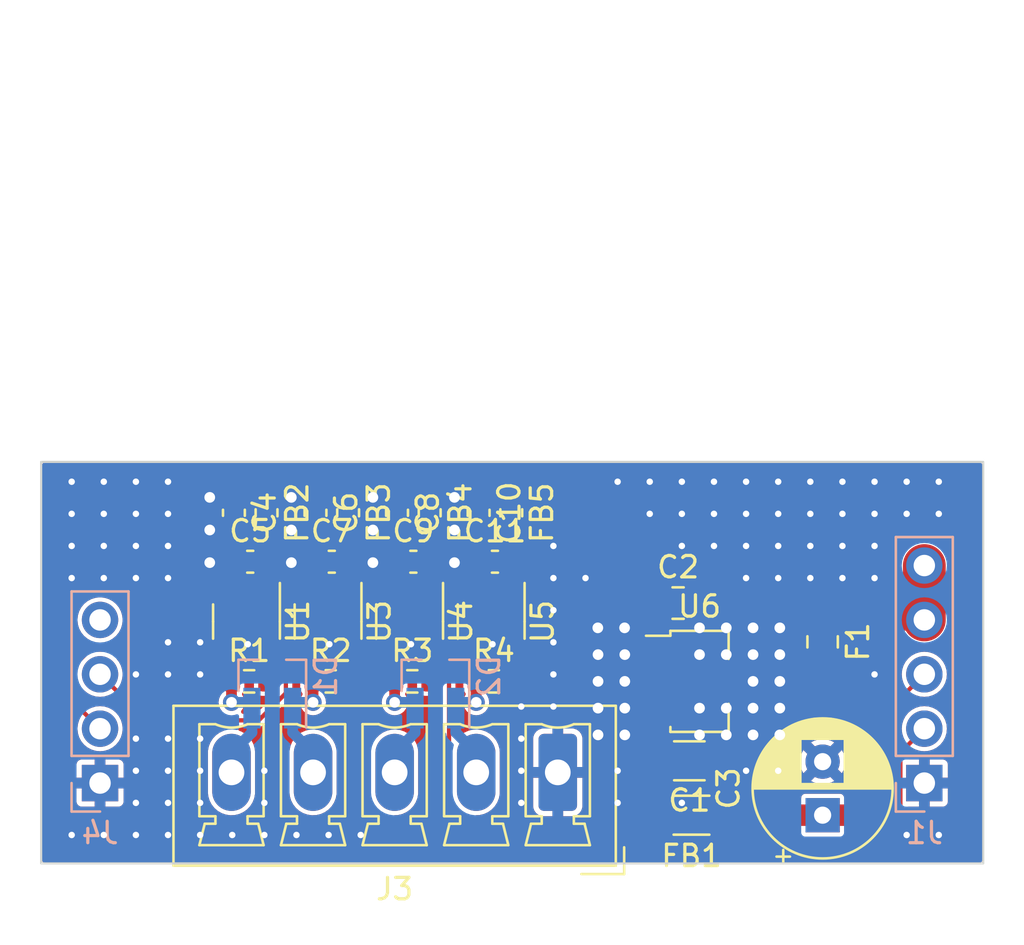
<source format=kicad_pcb>
(kicad_pcb (version 20221018) (generator pcbnew)
  (layers (0 "F.Cu" signal) (31 "B.Cu" signal) (34 "B.Paste" user) (35 "F.Paste" user) (36 "B.SilkS" user "B.Silkscreen") (37 "F.SilkS" user "F.Silkscreen") (38 "B.Mask" user) (39 "F.Mask" user) (44 "Edge.Cuts" user))
  (net 0 "")
  (net 1 "GND")
  (net 2 "+5V")
  (net 3 "VBUS")
  (net 4 "/OUT3")
  (net 5 "/OUT2")
  (net 6 "/OUT0")
  (net 7 "/OUT1")
  (net 8 "+12V")
  (net 9 "Net-(C3-Pad1)")
  (net 10 "/12V0")
  (net 11 "/12V1")
  (net 12 "/12V2")
  (net 13 "/12V3")
  (net 14 "/IN2")
  (net 15 "/IN3")
  (net 16 "/IN0")
  (net 17 "/IN1")
  (net 18 "Net-(U1-OUT)")
  (net 19 "Net-(U3-OUT)")
  (net 20 "Net-(U4-OUT)")
  (net 21 "Net-(U5-OUT)")
  (net 22 "Net-(U6-IN)")
  (footprint "Fuse:Fuse_0805_2012Metric_Pad1.15x1.40mm_HandSolder" (layer "F.Cu") (at 163.5 111.905 -90)
    (fp_text reference "F1" (at 0 -1.65 90) (layer "F.SilkS"))
    (fp_text value "Fuse")
    (pad "1" smd roundrect (at -1.025 0 270) (size 1.15 1.4) (layers "F.Cu" "F.Paste" "F.Mask") (roundrect_rratio 0.217391) (net 3 "VBUS"))
    (pad "2" smd roundrect (at 1.025 0 270) (size 1.15 1.4) (layers "F.Cu" "F.Paste" "F.Mask") (roundrect_rratio 0.217391) (net 9 "Net-(C3-Pad1)"))
  )
  (footprint "Package_TO_SOT_SMD:SOT-89-3" (layer "F.Cu") (at 157.75 113.75)
    (fp_text reference "U6" (at 0 -3.5) (layer "F.SilkS"))
    (fp_text value "L78L12_SOT89")
    (pad "1" smd rect (at -1.95 -1.5) (size 1.3 0.9) (layers "F.Cu" "F.Paste" "F.Mask") (net 8 "+12V"))
    (pad "2" smd custom (at -1.8625 0) (size 1.475 0.9) (layers "F.Cu" "F.Paste" "F.Mask") (net 1 "GND") (options (clearance outline) (anchor rect)) (primitives (gr_poly (pts (xy 3.8625 0.8665) (xy 0.7375 0.8665) (xy 0.7375 -0.8665) (xy 3.8625 -0.8665)) (width 0) (fill yes))))
    (pad "3" smd rect (at -1.95 1.5) (size 1.3 0.9) (layers "F.Cu" "F.Paste" "F.Mask") (net 22 "Net-(U6-IN)"))
  )
  (footprint "Capacitor_SMD:C_0603_1608Metric" (layer "F.Cu") (at 147.433 105.876 -90)
    (fp_text reference "C10" (at 0 -1.43 90) (layer "F.SilkS"))
    (fp_text value "C")
    (pad "1" smd roundrect (at -0.775 0 270) (size 0.9 0.95) (layers "F.Cu" "F.Paste" "F.Mask") (net 8 "+12V"))
    (pad "2" smd roundrect (at 0.775 0 270) (size 0.9 0.95) (layers "F.Cu" "F.Paste" "F.Mask") (net 1 "GND"))
  )
  (footprint "Capacitor_SMD:C_0603_1608Metric" (layer "F.Cu") (at 143.623 105.876001 -90)
    (fp_text reference "C8" (at 0 -1.43 90) (layer "F.SilkS"))
    (fp_text value "C")
    (pad "1" smd roundrect (at -0.775 0 270) (size 0.9 0.95) (layers "F.Cu" "F.Paste" "F.Mask") (net 8 "+12V"))
    (pad "2" smd roundrect (at 0.775 0 270) (size 0.9 0.95) (layers "F.Cu" "F.Paste" "F.Mask") (net 1 "GND"))
  )
  (footprint "Inductor_SMD:L_1206_3216Metric" (layer "F.Cu") (at 157.375001 120 180)
    (fp_text reference "FB1" (at 0 -1.9) (layer "F.SilkS"))
    (fp_text value "FerriteBead")
    (pad "1" smd roundrect (at -1.575 0 180) (size 1.05 1.9) (layers "F.Cu" "F.Paste" "F.Mask") (roundrect_rratio 0.238095) (net 9 "Net-(C3-Pad1)"))
    (pad "2" smd roundrect (at 1.575 0 180) (size 1.05 1.9) (layers "F.Cu" "F.Paste" "F.Mask") (roundrect_rratio 0.238095) (net 22 "Net-(U6-IN)"))
  )
  (footprint "Inductor_SMD:L_0603_1608Metric" (layer "F.Cu") (at 145.147 105.876 -90)
    (fp_text reference "FB4" (at 0 -1.43 90) (layer "F.SilkS"))
    (fp_text value "FerriteBead")
    (pad "1" smd roundrect (at -0.7875 0 270) (size 0.875 0.95) (layers "F.Cu" "F.Paste" "F.Mask") (net 8 "+12V"))
    (pad "2" smd roundrect (at 0.7875 0 270) (size 0.875 0.95) (layers "F.Cu" "F.Paste" "F.Mask") (net 12 "/12V2"))
  )
  (footprint "Inductor_SMD:L_0603_1608Metric" (layer "F.Cu") (at 137.527001 105.876 -90)
    (fp_text reference "FB2" (at 0 -1.43 90) (layer "F.SilkS"))
    (fp_text value "FerriteBead")
    (pad "1" smd roundrect (at -0.7875 0 270) (size 0.875 0.95) (layers "F.Cu" "F.Paste" "F.Mask") (net 8 "+12V"))
    (pad "2" smd roundrect (at 0.7875 0 270) (size 0.875 0.95) (layers "F.Cu" "F.Paste" "F.Mask") (net 10 "/12V0"))
  )
  (footprint "Capacitor_SMD:C_0805_2012Metric" (layer "F.Cu") (at 156.75 110.094)
    (fp_text reference "C2" (at 0 -1.68) (layer "F.SilkS"))
    (fp_text value "C")
    (pad "1" smd roundrect (at -0.95 0) (size 1 1.45) (layers "F.Cu" "F.Paste" "F.Mask") (net 8 "+12V"))
    (pad "2" smd roundrect (at 0.95 0) (size 1 1.45) (layers "F.Cu" "F.Paste" "F.Mask") (net 1 "GND"))
  )
  (footprint "Connector_Phoenix_MC:PhoenixContact_MCV_1,5_5-G-3.81_1x05_P3.81mm_Vertical" (layer "F.Cu") (at 151.13 118 180)
    (fp_text reference "J3" (at 7.62 -5.45) (layer "F.SilkS"))
    (fp_text value "Screw_Terminal_01x05")
    (pad "1" thru_hole roundrect (at 0 0 180) (size 1.8 3.6) (drill 1.2) (layers "*.Cu" "*.Mask") (roundrect_rratio 0.138889) (net 1 "GND"))
    (pad "2" thru_hole oval (at 3.81 0 180) (size 1.8 3.6) (drill 1.2) (layers "*.Cu" "*.Mask") (net 4 "/OUT3"))
    (pad "3" thru_hole oval (at 7.62 0 180) (size 1.8 3.6) (drill 1.2) (layers "*.Cu" "*.Mask") (net 5 "/OUT2"))
    (pad "4" thru_hole oval (at 11.43 0 180) (size 1.8 3.6) (drill 1.2) (layers "*.Cu" "*.Mask") (net 7 "/OUT1"))
    (pad "5" thru_hole oval (at 15.24 0 180) (size 1.8 3.6) (drill 1.2) (layers "*.Cu" "*.Mask") (net 6 "/OUT0"))
  )
  (footprint "Capacitor_THT:CP_Radial_D6.3mm_P2.50mm" (layer "F.Cu") (at 163.499999 119.999999 90)
    (fp_text reference "C3" (at 1.25 -4.4 90) (layer "F.SilkS"))
    (fp_text value "C_Polarized")
    (pad "1" thru_hole rect (at 0 0 90) (size 1.6 1.6) (drill 0.8) (layers "*.Cu" "*.Mask") (net 9 "Net-(C3-Pad1)"))
    (pad "2" thru_hole circle (at 2.5 0 90) (size 1.6 1.6) (drill 0.8) (layers "*.Cu" "*.Mask") (net 1 "GND"))
  )
  (footprint "Package_TO_SOT_SMD:SOT-23-5" (layer "F.Cu") (at 140.4 110.956 -90)
    (fp_text reference "U3" (at 0 -2.4 90) (layer "F.SilkS"))
    (fp_text value "UCC27517")
    (pad "1" smd roundrect (at -1.1375 -0.95 270) (size 1.325 0.6) (layers "F.Cu" "F.Paste" "F.Mask") (net 11 "/12V1"))
    (pad "2" smd roundrect (at -1.1375 0 270) (size 1.325 0.6) (layers "F.Cu" "F.Paste" "F.Mask") (net 1 "GND"))
    (pad "3" smd roundrect (at -1.1375 0.95 270) (size 1.325 0.6) (layers "F.Cu" "F.Paste" "F.Mask") (net 17 "/IN1"))
    (pad "4" smd roundrect (at 1.1375 0.95 270) (size 1.325 0.6) (layers "F.Cu" "F.Paste" "F.Mask") (net 1 "GND"))
    (pad "5" smd roundrect (at 1.1375 -0.95 270) (size 1.325 0.6) (layers "F.Cu" "F.Paste" "F.Mask") (net 19 "Net-(U3-OUT)"))
  )
  (footprint "Inductor_SMD:L_0603_1608Metric" (layer "F.Cu") (at 148.957 105.876 -90)
    (fp_text reference "FB5" (at 0 -1.43 90) (layer "F.SilkS"))
    (fp_text value "FerriteBead")
    (pad "1" smd roundrect (at -0.7875 0 270) (size 0.875 0.95) (layers "F.Cu" "F.Paste" "F.Mask") (net 8 "+12V"))
    (pad "2" smd roundrect (at 0.7875 0 270) (size 0.875 0.95) (layers "F.Cu" "F.Paste" "F.Mask") (net 13 "/12V3"))
  )
  (footprint "Package_TO_SOT_SMD:SOT-23-5" (layer "F.Cu") (at 148.020001 110.956 -90)
    (fp_text reference "U5" (at 0 -2.4 90) (layer "F.SilkS"))
    (fp_text value "UCC27517")
    (pad "1" smd roundrect (at -1.1375 -0.95 270) (size 1.325 0.6) (layers "F.Cu" "F.Paste" "F.Mask") (net 13 "/12V3"))
    (pad "2" smd roundrect (at -1.1375 0 270) (size 1.325 0.6) (layers "F.Cu" "F.Paste" "F.Mask") (net 1 "GND"))
    (pad "3" smd roundrect (at -1.1375 0.95 270) (size 1.325 0.6) (layers "F.Cu" "F.Paste" "F.Mask") (net 15 "/IN3"))
    (pad "4" smd roundrect (at 1.1375 0.95 270) (size 1.325 0.6) (layers "F.Cu" "F.Paste" "F.Mask") (net 1 "GND"))
    (pad "5" smd roundrect (at 1.1375 -0.95 270) (size 1.325 0.6) (layers "F.Cu" "F.Paste" "F.Mask") (net 21 "Net-(U5-OUT)"))
  )
  (footprint "Capacitor_SMD:C_1206_3216Metric" (layer "F.Cu") (at 157.275001 117.46 180)
    (fp_text reference "C1" (at 0 -1.85) (layer "F.SilkS"))
    (fp_text value "C")
    (pad "1" smd roundrect (at -1.475 0 180) (size 1.15 1.8) (layers "F.Cu" "F.Paste" "F.Mask") (roundrect_rratio 0.217391) (net 1 "GND"))
    (pad "2" smd roundrect (at 1.475 0 180) (size 1.15 1.8) (layers "F.Cu" "F.Paste" "F.Mask") (roundrect_rratio 0.217391) (net 22 "Net-(U6-IN)"))
  )
  (footprint "Resistor_SMD:R_0603_1608Metric" (layer "F.Cu") (at 148.145 113.75)
    (fp_text reference "R4" (at 0 -1.43) (layer "F.SilkS"))
    (fp_text value "200")
    (pad "1" smd roundrect (at -0.825 0) (size 0.8 0.95) (layers "F.Cu" "F.Paste" "F.Mask") (net 4 "/OUT3"))
    (pad "2" smd roundrect (at 0.825 0) (size 0.8 0.95) (layers "F.Cu" "F.Paste" "F.Mask") (net 21 "Net-(U5-OUT)"))
  )
  (footprint "Resistor_SMD:R_0603_1608Metric" (layer "F.Cu") (at 144.335 113.75)
    (fp_text reference "R3" (at 0 -1.43) (layer "F.SilkS"))
    (fp_text value "200")
    (pad "1" smd roundrect (at -0.825 0) (size 0.8 0.95) (layers "F.Cu" "F.Paste" "F.Mask") (net 5 "/OUT2"))
    (pad "2" smd roundrect (at 0.825 0) (size 0.8 0.95) (layers "F.Cu" "F.Paste" "F.Mask") (net 20 "Net-(U4-OUT)"))
  )
  (footprint "Capacitor_SMD:C_0603_1608Metric" (layer "F.Cu") (at 139.813 105.876 -90)
    (fp_text reference "C6" (at 0 -1.43 90) (layer "F.SilkS"))
    (fp_text value "C")
    (pad "1" smd roundrect (at -0.775 0 270) (size 0.9 0.95) (layers "F.Cu" "F.Paste" "F.Mask") (net 8 "+12V"))
    (pad "2" smd roundrect (at 0.775 0 270) (size 0.9 0.95) (layers "F.Cu" "F.Paste" "F.Mask") (net 1 "GND"))
  )
  (footprint "Capacitor_SMD:C_0603_1608Metric" (layer "F.Cu") (at 144.385 108.162)
    (fp_text reference "C9" (at 0 -1.43) (layer "F.SilkS"))
    (fp_text value "C")
    (pad "1" smd roundrect (at -0.775 0) (size 0.9 0.95) (layers "F.Cu" "F.Paste" "F.Mask") (net 1 "GND"))
    (pad "2" smd roundrect (at 0.775 0) (size 0.9 0.95) (layers "F.Cu" "F.Paste" "F.Mask") (net 12 "/12V2"))
  )
  (footprint "Resistor_SMD:R_0603_1608Metric" (layer "F.Cu") (at 140.525 113.75)
    (fp_text reference "R2" (at 0 -1.43) (layer "F.SilkS"))
    (fp_text value "200")
    (pad "1" smd roundrect (at -0.825 0) (size 0.8 0.95) (layers "F.Cu" "F.Paste" "F.Mask") (net 7 "/OUT1"))
    (pad "2" smd roundrect (at 0.825 0) (size 0.8 0.95) (layers "F.Cu" "F.Paste" "F.Mask") (net 19 "Net-(U3-OUT)"))
  )
  (footprint "Capacitor_SMD:C_0603_1608Metric" (layer "F.Cu") (at 140.575 108.162)
    (fp_text reference "C7" (at 0 -1.43) (layer "F.SilkS"))
    (fp_text value "C")
    (pad "1" smd roundrect (at -0.775 0) (size 0.9 0.95) (layers "F.Cu" "F.Paste" "F.Mask") (net 1 "GND"))
    (pad "2" smd roundrect (at 0.775 0) (size 0.9 0.95) (layers "F.Cu" "F.Paste" "F.Mask") (net 11 "/12V1"))
  )
  (footprint "Capacitor_SMD:C_0603_1608Metric" (layer "F.Cu") (at 136.003 105.876 -90)
    (fp_text reference "C4" (at 0 -1.43 90) (layer "F.SilkS"))
    (fp_text value "C")
    (pad "1" smd roundrect (at -0.775 0 270) (size 0.9 0.95) (layers "F.Cu" "F.Paste" "F.Mask") (net 8 "+12V"))
    (pad "2" smd roundrect (at 0.775 0 270) (size 0.9 0.95) (layers "F.Cu" "F.Paste" "F.Mask") (net 1 "GND"))
  )
  (footprint "Capacitor_SMD:C_0603_1608Metric" (layer "F.Cu") (at 148.195 108.162)
    (fp_text reference "C11" (at 0 -1.43) (layer "F.SilkS"))
    (fp_text value "C")
    (pad "1" smd roundrect (at -0.775 0) (size 0.9 0.95) (layers "F.Cu" "F.Paste" "F.Mask") (net 1 "GND"))
    (pad "2" smd roundrect (at 0.775 0) (size 0.9 0.95) (layers "F.Cu" "F.Paste" "F.Mask") (net 13 "/12V3"))
  )
  (footprint "Package_TO_SOT_SMD:SOT-23-5" (layer "F.Cu") (at 144.21 110.956 -90)
    (fp_text reference "U4" (at 0 -2.4 90) (layer "F.SilkS"))
    (fp_text value "UCC27517")
    (pad "1" smd roundrect (at -1.1375 -0.95 270) (size 1.325 0.6) (layers "F.Cu" "F.Paste" "F.Mask") (net 12 "/12V2"))
    (pad "2" smd roundrect (at -1.1375 0 270) (size 1.325 0.6) (layers "F.Cu" "F.Paste" "F.Mask") (net 1 "GND"))
    (pad "3" smd roundrect (at -1.1375 0.95 270) (size 1.325 0.6) (layers "F.Cu" "F.Paste" "F.Mask") (net 14 "/IN2"))
    (pad "4" smd roundrect (at 1.1375 0.95 270) (size 1.325 0.6) (layers "F.Cu" "F.Paste" "F.Mask") (net 1 "GND"))
    (pad "5" smd roundrect (at 1.1375 -0.95 270) (size 1.325 0.6) (layers "F.Cu" "F.Paste" "F.Mask") (net 20 "Net-(U4-OUT)"))
  )
  (footprint "Resistor_SMD:R_0603_1608Metric" (layer "F.Cu") (at 136.715 113.75)
    (fp_text reference "R1" (at 0 -1.43) (layer "F.SilkS"))
    (fp_text value "200")
    (pad "1" smd roundrect (at -0.825 0) (size 0.8 0.95) (layers "F.Cu" "F.Paste" "F.Mask") (net 6 "/OUT0"))
    (pad "2" smd roundrect (at 0.825 0) (size 0.8 0.95) (layers "F.Cu" "F.Paste" "F.Mask") (net 18 "Net-(U1-OUT)"))
  )
  (footprint "Package_TO_SOT_SMD:SOT-23-5" (layer "F.Cu") (at 136.59 110.956 -90)
    (fp_text reference "U1" (at 0 -2.4 90) (layer "F.SilkS"))
    (fp_text value "UCC27517")
    (pad "1" smd roundrect (at -1.1375 -0.95 270) (size 1.325 0.6) (layers "F.Cu" "F.Paste" "F.Mask") (net 10 "/12V0"))
    (pad "2" smd roundrect (at -1.1375 0 270) (size 1.325 0.6) (layers "F.Cu" "F.Paste" "F.Mask") (net 1 "GND"))
    (pad "3" smd roundrect (at -1.1375 0.95 270) (size 1.325 0.6) (layers "F.Cu" "F.Paste" "F.Mask") (net 16 "/IN0"))
    (pad "4" smd roundrect (at 1.1375 0.95 270) (size 1.325 0.6) (layers "F.Cu" "F.Paste" "F.Mask") (net 1 "GND"))
    (pad "5" smd roundrect (at 1.1375 -0.95 270) (size 1.325 0.6) (layers "F.Cu" "F.Paste" "F.Mask") (net 18 "Net-(U1-OUT)"))
  )
  (footprint "Inductor_SMD:L_0603_1608Metric" (layer "F.Cu") (at 141.336999 105.876 -90)
    (fp_text reference "FB3" (at 0 -1.43 90) (layer "F.SilkS"))
    (fp_text value "FerriteBead")
    (pad "1" smd roundrect (at -0.7875 0 270) (size 0.875 0.95) (layers "F.Cu" "F.Paste" "F.Mask") (net 8 "+12V"))
    (pad "2" smd roundrect (at 0.7875 0 270) (size 0.875 0.95) (layers "F.Cu" "F.Paste" "F.Mask") (net 11 "/12V1"))
  )
  (footprint "Capacitor_SMD:C_0603_1608Metric" (layer "F.Cu") (at 136.765 108.162)
    (fp_text reference "C5" (at 0 -1.43) (layer "F.SilkS"))
    (fp_text value "C")
    (pad "1" smd roundrect (at -0.775 0) (size 0.9 0.95) (layers "F.Cu" "F.Paste" "F.Mask") (net 1 "GND"))
    (pad "2" smd roundrect (at 0.775 0) (size 0.9 0.95) (layers "F.Cu" "F.Paste" "F.Mask") (net 10 "/12V0"))
  )
  (footprint "Connector_PinHeader_2.54mm:PinHeader_1x04_P2.54mm_Vertical" (layer "B.Cu") (at 129.75 118.5)
    (fp_text reference "J4" (at 0 2.33) (layer "B.SilkS") (effects (justify mirror)))
    (fp_text value "Conn_01x04")
    (pad "1" thru_hole rect (at 0 0) (size 1.7 1.7) (drill 1) (layers "*.Cu" "*.Mask") (net 1 "GND"))
    (pad "2" thru_hole oval (at 0 -2.54) (size 1.7 1.7) (drill 1) (layers "*.Cu" "*.Mask") (net 16 "/IN0"))
    (pad "3" thru_hole oval (at 0 -5.08) (size 1.7 1.7) (drill 1) (layers "*.Cu" "*.Mask") (net 17 "/IN1"))
    (pad "4" thru_hole oval (at 0 -7.62) (size 1.7 1.7) (drill 1) (layers "*.Cu" "*.Mask") (net 2 "+5V"))
  )
  (footprint "Package_TO_SOT_SMD:SOT-23_Handsoldering" (layer "B.Cu") (at 145.415 113.5 90)
    (fp_text reference "D2" (at 0 2.5 270) (layer "B.SilkS") (effects (justify mirror)))
    (fp_text value "~")
    (pad "1" smd rect (at -1.5 0.95 90) (size 1.9 0.8) (layers "B.Cu" "B.Paste" "B.Mask") (net 4 "/OUT3"))
    (pad "2" smd rect (at -1.5 -0.95 90) (size 1.9 0.8) (layers "B.Cu" "B.Paste" "B.Mask") (net 5 "/OUT2"))
    (pad "3" smd rect (at 1.5 0 90) (size 1.9 0.8) (layers "B.Cu" "B.Paste" "B.Mask") (net 1 "GND"))
  )
  (footprint "Package_TO_SOT_SMD:SOT-23_Handsoldering" (layer "B.Cu") (at 137.795 113.5 90)
    (fp_text reference "D1" (at 0 2.5 270) (layer "B.SilkS") (effects (justify mirror)))
    (fp_text value "~")
    (pad "1" smd rect (at -1.5 0.95 90) (size 1.9 0.8) (layers "B.Cu" "B.Paste" "B.Mask") (net 7 "/OUT1"))
    (pad "2" smd rect (at -1.5 -0.95 90) (size 1.9 0.8) (layers "B.Cu" "B.Paste" "B.Mask") (net 6 "/OUT0"))
    (pad "3" smd rect (at 1.5 0 90) (size 1.9 0.8) (layers "B.Cu" "B.Paste" "B.Mask") (net 1 "GND"))
  )
  (footprint "Connector_PinHeader_2.54mm:PinHeader_1x05_P2.54mm_Vertical" (layer "B.Cu") (at 168.25 118.5)
    (fp_text reference "J1" (at 0 2.33) (layer "B.SilkS") (effects (justify mirror)))
    (fp_text value "Conn_01x05")
    (pad "1" thru_hole rect (at 0 0) (size 1.7 1.7) (drill 1) (layers "*.Cu" "*.Mask") (net 1 "GND"))
    (pad "2" thru_hole oval (at 0 -2.54) (size 1.7 1.7) (drill 1) (layers "*.Cu" "*.Mask") (net 14 "/IN2"))
    (pad "3" thru_hole oval (at 0 -5.08) (size 1.7 1.7) (drill 1) (layers "*.Cu" "*.Mask") (net 15 "/IN3"))
    (pad "4" thru_hole oval (at 0 -7.62) (size 1.7 1.7) (drill 1) (layers "*.Cu" "*.Mask") (net 3 "VBUS"))
    (pad "5" thru_hole oval (at 0 -10.16) (size 1.7 1.7) (drill 1) (layers "*.Cu" "*.Mask") (net 3 "VBUS"))
  )
  (gr_rect (start 127 103.5) (end 171 122.25) (stroke (width 0.1)) (fill none) (layer "Edge.Cuts"))
  (via (at 131.425 119.425) (size 0.6) (drill 0.3) (layers "F.Cu" "B.Cu") (net 1))
  (via (at 156.925 104.425) (size 0.6) (drill 0.3) (layers "F.Cu" "B.Cu") (net 1))
  (via (at 132.925 111.925) (size 0.6) (drill 0.3) (layers "F.Cu" "B.Cu") (net 1))
  (via (at 162.925 107.425) (size 0.6) (drill 0.3) (layers "F.Cu" "B.Cu") (net 1))
  (via (at 150.925 108.925) (size 0.6) (drill 0.3) (layers "F.Cu" "B.Cu") (net 1))
  (via (at 159.925 108.925) (size 0.6) (drill 0.3) (layers "F.Cu" "B.Cu") (net 1))
  (via (at 134.425 119.425) (size 0.6) (drill 0.3) (layers "F.Cu" "B.Cu") (net 1))
  (via (at 148.082 112.014) (size 0.6) (drill 0.3) (layers "F.Cu" "B.Cu") (net 1))
  (via (at 161.5 116.25) (size 0.8) (drill 0.5) (layers "F.Cu" "B.Cu") (net 1))
  (via (at 154.25 111.25) (size 0.8) (drill 0.5) (layers "F.Cu" "B.Cu") (net 1))
  (via (at 142.494 106.68) (size 0.8) (drill 0.5) (layers "F.Cu" "B.Cu") (net 1))
  (via (at 154.26 116.25) (size 0.8) (drill 0.5) (layers "F.Cu" "B.Cu") (net 1))
  (via (at 134.425 116.425) (size 0.6) (drill 0.3) (layers "F.Cu" "B.Cu") (net 1))
  (via (at 150.925 113.425) (size 0.6) (drill 0.3) (layers "F.Cu" "B.Cu") (net 1))
  (via (at 164.425 105.925) (size 0.6) (drill 0.3) (layers "F.Cu" "B.Cu") (net 1))
  (via (at 154.26 112.5) (size 0.8) (drill 0.5) (layers "F.Cu" "B.Cu") (net 1))
  (via (at 128.425 105.925) (size 0.6) (drill 0.3) (layers "F.Cu" "B.Cu") (net 1))
  (via (at 156.925 107.425) (size 0.6) (drill 0.3) (layers "F.Cu" "B.Cu") (net 1))
  (via (at 153.01 116.25) (size 0.8) (drill 0.5) (layers "F.Cu" "B.Cu") (net 1))
  (via (at 159.925 105.925) (size 0.6) (drill 0.3) (layers "F.Cu" "B.Cu") (net 1))
  (via (at 159.925 107.425) (size 0.6) (drill 0.3) (layers "F.Cu" "B.Cu") (net 1))
  (via (at 129.925 104.425) (size 0.6) (drill 0.3) (layers "F.Cu" "B.Cu") (net 1))
  (via (at 164.425 107.425) (size 0.6) (drill 0.3) (layers "F.Cu" "B.Cu") (net 1))
  (via (at 154.26 113.75) (size 0.8) (drill 0.5) (layers "F.Cu" "B.Cu") (net 1))
  (via (at 134.874 106.68) (size 0.8) (drill 0.5) (layers "F.Cu" "B.Cu") (net 1))
  (via (at 132.925 113.425) (size 0.6) (drill 0.3) (layers "F.Cu" "B.Cu") (net 1))
  (via (at 150.925 111.925) (size 0.6) (drill 0.3) (layers "F.Cu" "B.Cu") (net 1))
  (via (at 131.425 104.425) (size 0.6) (drill 0.3) (layers "F.Cu" "B.Cu") (net 1))
  (via (at 159 111.25) (size 0.8) (drill 0.5) (layers "F.Cu" "B.Cu") (net 1))
  (via (at 159 112.5) (size 0.8) (drill 0.5) (layers "F.Cu" "B.Cu") (net 1))
  (via (at 149.425 116.425) (size 0.6) (drill 0.3) (layers "F.Cu" "B.Cu") (net 1))
  (via (at 150.925 114.925) (size 0.6) (drill 0.3) (layers "F.Cu" "B.Cu") (net 1))
  (via (at 142.494 105.156) (size 0.8) (drill 0.5) (layers "F.Cu" "B.Cu") (net 1))
  (via (at 167.425 105.925) (size 0.6) (drill 0.3) (layers "F.Cu" "B.Cu") (net 1))
  (via (at 131.425 108.925) (size 0.6) (drill 0.3) (layers "F.Cu" "B.Cu") (net 1))
  (via (at 156.925 119.425) (size 0.6) (drill 0.3) (layers "F.Cu" "B.Cu") (net 1))
  (via (at 159 115) (size 0.8) (drill 0.5) (layers "F.Cu" "B.Cu") (net 1))
  (via (at 154.26 115) (size 0.8) (drill 0.5) (layers "F.Cu" "B.Cu") (net 1))
  (via (at 135.925 120.925) (size 0.6) (drill 0.3) (layers "F.Cu" "B.Cu") (net 1))
  (via (at 146.304 106.68) (size 0.8) (drill 0.5) (layers "F.Cu" "B.Cu") (net 1))
  (via (at 160.25 116.25) (size 0.8) (drill 0.5) (layers "F.Cu" "B.Cu") (net 1))
  (via (at 134.874 105.156) (size 0.8) (drill 0.5) (layers "F.Cu" "B.Cu") (net 1))
  (via (at 153.925 119.425) (size 0.6) (drill 0.3) (layers "F.Cu" "B.Cu") (net 1))
  (via (at 137.425 117.925) (size 0.6) (drill 0.3) (layers "F.Cu" "B.Cu") (net 1))
  (via (at 159 116.25) (size 0.8) (drill 0.5) (layers "F.Cu" "B.Cu") (net 1))
  (via (at 165.925 104.425) (size 0.6) (drill 0.3) (layers "F.Cu" "B.Cu") (net 1))
  (via (at 150.925 110.425) (size 0.6) (drill 0.3) (layers "F.Cu" "B.Cu") (net 1))
  (via (at 160.25 111.25) (size 0.8) (drill 0.5) (layers "F.Cu" "B.Cu") (net 1))
  (via (at 161.425 107.425) (size 0.6) (drill 0.3) (layers "F.Cu" "B.Cu") (net 1))
  (via (at 168.925 104.425) (size 0.6) (drill 0.3) (layers "F.Cu" "B.Cu") (net 1))
  (via (at 131.425 105.925) (size 0.6) (drill 0.3) (layers "F.Cu" "B.Cu") (net 1))
  (via (at 160.25 115) (size 0.8) (drill 0.5) (layers "F.Cu" "B.Cu") (net 1))
  (via (at 165.925 108.925) (size 0.6) (drill 0.3) (layers "F.Cu" "B.Cu") (net 1))
  (via (at 159.925 117.925) (size 0.6) (drill 0.3) (layers "F.Cu" "B.Cu") (net 1))
  (via (at 131.425 113.425) (size 0.6) (drill 0.3) (layers "F.Cu" "B.Cu") (net 1))
  (via (at 131.425 116.425) (size 0.6) (drill 0.3) (layers "F.Cu" "B.Cu") (net 1))
  (via (at 157.75 116.25) (size 0.8) (drill 0.5) (layers "F.Cu" "B.Cu") (net 1))
  (via (at 161.5 115) (size 0.8) (drill 0.5) (layers "F.Cu" "B.Cu") (net 1))
  (via (at 162.925 108.925) (size 0.6) (drill 0.3) (layers "F.Cu" "B.Cu") (net 1))
  (via (at 164.425 104.425) (size 0.6) (drill 0.3) (layers "F.Cu" "B.Cu") (net 1))
  (via (at 134.425 113.425) (size 0.6) (drill 0.3) (layers "F.Cu" "B.Cu") (net 1))
  (via (at 132.925 116.425) (size 0.6) (drill 0.3) (layers "F.Cu" "B.Cu") (net 1))
  (via (at 157.75 112.5) (size 0.8) (drill 0.5) (layers "F.Cu" "B.Cu") (net 1))
  (via (at 138.684 108.204) (size 0.8) (drill 0.5) (layers "F.Cu" "B.Cu") (net 1))
  (via (at 131.425 117.925) (size 0.6) (drill 0.3) (layers "F.Cu" "B.Cu") (net 1))
  (via (at 149.425 119.425) (size 0.6) (drill 0.3) (layers "F.Cu" "B.Cu") (net 1))
  (via (at 136.652 112.014) (size 0.6) (drill 0.3) (layers "F.Cu" "B.Cu") (net 1))
  (via (at 156.925 105.925) (size 0.6) (drill 0.3) (layers "F.Cu" "B.Cu") (net 1))
  (via (at 140.462 112.014) (size 0.6) (drill 0.3) (layers "F.Cu" "B.Cu") (net 1))
  (via (at 134.425 111.925) (size 0.6) (drill 0.3) (layers "F.Cu" "B.Cu") (net 1))
  (via (at 146.304 105.156) (size 0.8) (drill 0.5) (layers "F.Cu" "B.Cu") (net 1))
  (via (at 137.425 119.425) (size 0.6) (drill 0.3) (layers "F.Cu" "B.Cu") (net 1))
  (via (at 157.75 111.25) (size 0.8) (drill 0.5) (layers "F.Cu" "B.Cu") (net 1))
  (via (at 134.425 117.925) (size 0.6) (drill 0.3) (layers "F.Cu" "B.Cu") (net 1))
  (via (at 161.425 104.425) (size 0.6) (drill 0.3) (layers "F.Cu" "B.Cu") (net 1))
  (via (at 153.01 115) (size 0.8) (drill 0.5) (layers "F.Cu" "B.Cu") (net 1))
  (via (at 153 111.25) (size 0.8) (drill 0.5) (layers "F.Cu" "B.Cu") (net 1))
  (via (at 155.425 104.425) (size 0.6) (drill 0.3) (layers "F.Cu" "B.Cu") (net 1))
  (via (at 129.925 108.925) (size 0.6) (drill 0.3) (layers "F.Cu" "B.Cu") (net 1))
  (via (at 138.925 120.925) (size 0.6) (drill 0.3) (layers "F.Cu" "B.Cu") (net 1))
  (via (at 128.425 108.925) (size 0.6) (drill 0.3) (layers "F.Cu" "B.Cu") (net 1))
  (via (at 131.425 107.425) (size 0.6) (drill 0.3) (layers "F.Cu" "B.Cu") (net 1))
  (via (at 158.425 105.925) (size 0.6) (drill 0.3) (layers "F.Cu" "B.Cu") (net 1))
  (via (at 131.425 120.925) (size 0.6) (drill 0.3) (layers "F.Cu" "B.Cu") (net 1))
  (via (at 132.925 108.925) (size 0.6) (drill 0.3) (layers "F.Cu" "B.Cu") (net 1))
  (via (at 161.425 108.925) (size 0.6) (drill 0.3) (layers "F.Cu" "B.Cu") (net 1))
  (via (at 141.925 120.925) (size 0.6) (drill 0.3) (layers "F.Cu" "B.Cu") (net 1))
  (via (at 161.5 111.25) (size 0.8) (drill 0.5) (layers "F.Cu" "B.Cu") (net 1))
  (via (at 132.925 107.425) (size 0.6) (drill 0.3) (layers "F.Cu" "B.Cu") (net 1))
  (via (at 138.684 105.156) (size 0.8) (drill 0.5) (layers "F.Cu" "B.Cu") (net 1))
  (via (at 129.925 120.925) (size 0.6) (drill 0.3) (layers "F.Cu" "B.Cu") (net 1))
  (via (at 140.425 120.925) (size 0.6) (drill 0.3) (layers "F.Cu" "B.Cu") (net 1))
  (via (at 129.925 107.425) (size 0.6) (drill 0.3) (layers "F.Cu" "B.Cu") (net 1))
  (via (at 159.925 104.425) (size 0.6) (drill 0.3) (layers "F.Cu" "B.Cu") (net 1))
  (via (at 168.925 120.925) (size 0.6) (drill 0.3) (layers "F.Cu" "B.Cu") (net 1))
  (via (at 155.425 105.925) (size 0.6) (drill 0.3) (layers "F.Cu" "B.Cu") (net 1))
  (via (at 168.925 105.925) (size 0.6) (drill 0.3) (layers "F.Cu" "B.Cu") (net 1))
  (via (at 132.925 119.425) (size 0.6) (drill 0.3) (layers "F.Cu" "B.Cu") (net 1))
  (via (at 167.425 104.425) (size 0.6) (drill 0.3) (layers "F.Cu" "B.Cu") (net 1))
  (via (at 132.925 117.925) (size 0.6) (drill 0.3) (layers "F.Cu" "B.Cu") (net 1))
  (via (at 137.425 120.925) (size 0.6) (drill 0.3) (layers "F.Cu" "B.Cu") (net 1))
  (via (at 164.425 108.925) (size 0.6) (drill 0.3) (layers "F.Cu" "B.Cu") (net 1))
  (via (at 150.925 107.425) (size 0.6) (drill 0.3) (layers "F.Cu" "B.Cu") (net 1))
  (via (at 158.425 107.425) (size 0.6) (drill 0.3) (layers "F.Cu" "B.Cu") (net 1))
  (via (at 160.25 113.75) (size 0.8) (drill 0.5) (layers "F.Cu" "B.Cu") (net 1))
  (via (at 132.925 120.925) (size 0.6) (drill 0.3) (layers "F.Cu" "B.Cu") (net 1))
  (via (at 146.304 108.204) (size 0.8) (drill 0.5) (layers "F.Cu" "B.Cu") (net 1))
  (via (at 153.01 113.75) (size 0.8) (drill 0.5) (layers "F.Cu" "B.Cu") (net 1))
  (via (at 129.925 105.925) (size 0.6) (drill 0.3) (layers "F.Cu" "B.Cu") (net 1))
  (via (at 152.425 108.925) (size 0.6) (drill 0.3) (layers "F.Cu" "B.Cu") (net 1))
  (via (at 161.5 112.5) (size 0.8) (drill 0.5) (layers "F.Cu" "B.Cu") (net 1))
  (via (at 158.425 104.425) (size 0.6) (drill 0.3) (layers "F.Cu" "B.Cu") (net 1))
  (via (at 138.684 106.68) (size 0.8) (drill 0.5) (layers "F.Cu" "B.Cu") (net 1))
  (via (at 161.5 113.75) (size 0.8) (drill 0.5) (layers "F.Cu" "B.Cu") (net 1))
  (via (at 161.425 105.925) (size 0.6) (drill 0.3) (layers "F.Cu" "B.Cu") (net 1))
  (via (at 161.425 117.925) (size 0.6) (drill 0.3) (layers "F.Cu" "B.Cu") (net 1))
  (via (at 144.272 112.014) (size 0.6) (drill 0.3) (layers "F.Cu" "B.Cu") (net 1))
  (via (at 162.925 105.925) (size 0.6) (drill 0.3) (layers "F.Cu" "B.Cu") (net 1))
  (via (at 134.425 120.925) (size 0.6) (drill 0.3) (layers "F.Cu" "B.Cu") (net 1))
  (via (at 128.425 120.925) (size 0.6) (drill 0.3) (layers "F.Cu" "B.Cu") (net 1))
  (via (at 157.75 115) (size 0.8) (drill 0.5) (layers "F.Cu" "B.Cu") (net 1))
  (via (at 128.425 107.425) (size 0.6) (drill 0.3) (layers "F.Cu" "B.Cu") (net 1))
  (via (at 167.425 120.925) (size 0.6) (drill 0.3) (layers "F.Cu" "B.Cu") (net 1))
  (via (at 132.925 104.425) (size 0.6) (drill 0.3) (layers "F.Cu" "B.Cu") (net 1))
  (via (at 165.925 107.425) (size 0.6) (drill 0.3) (layers "F.Cu" "B.Cu") (net 1))
  (via (at 149.425 114.925) (size 0.6) (drill 0.3) (layers "F.Cu" "B.Cu") (net 1))
  (via (at 153.925 117.925) (size 0.6) (drill 0.3) (layers "F.Cu" "B.Cu") (net 1))
  (via (at 128.425 104.425) (size 0.6) (drill 0.3) (layers "F.Cu" "B.Cu") (net 1))
  (via (at 134.874 108.204) (size 0.8) (drill 0.5) (layers "F.Cu" "B.Cu") (net 1))
  (via (at 165.925 113.425) (size 0.6) (drill 0.3) (layers "F.Cu" "B.Cu") (net 1))
  (via (at 153.925 104.425) (size 0.6) (drill 0.3) (layers "F.Cu" "B.Cu") (net 1))
  (via (at 149.425 117.925) (size 0.6) (drill 0.3) (layers "F.Cu" "B.Cu") (net 1))
  (via (at 132.925 105.925) (size 0.6) (drill 0.3) (layers "F.Cu" "B.Cu") (net 1))
  (via (at 160.25 112.5) (size 0.8) (drill 0.5) (layers "F.Cu" "B.Cu") (net 1))
  (via (at 142.494 108.204) (size 0.8) (drill 0.5) (layers "F.Cu" "B.Cu") (net 1))
  (via (at 162.925 104.425) (size 0.6) (drill 0.3) (layers "F.Cu" "B.Cu") (net 1))
  (via (at 165.925 105.925) (size 0.6) (drill 0.3) (layers "F.Cu" "B.Cu") (net 1))
  (via (at 153.01 112.5) (size 0.8) (drill 0.5) (layers "F.Cu" "B.Cu") (net 1))
  (segment (start 168.25 110.88) (end 163.5 110.88) (width 1) (layer "F.Cu") (net 3))
  (segment (start 168.25 108.34) (end 168.25 110.88) (width 2) (layer "F.Cu") (net 3))
  (segment (start 147.32 114.7295) (end 147.32 113.75) (width 0.5) (layer "F.Cu") (net 4))
  (via (at 147.32 114.7295) (size 0.8) (drill 0.5) (layers "F.Cu" "B.Cu") (net 4))
  (segment (start 146.365 114.7295) (end 146.365 116.139) (width 0.5) (layer "B.Cu") (net 4))
  (segment (start 146.365 116.139) (end 147.32 117.094) (width 0.5) (layer "B.Cu") (net 4))
  (segment (start 146.365 114.7295) (end 147.32 114.7295) (width 0.5) (layer "B.Cu") (net 4))
  (segment (start 147.32 117.094) (end 147.32 118) (width 0.5) (layer "B.Cu") (net 4))
  (segment (start 143.51 114.7295) (end 143.51 113.75) (width 0.5) (layer "F.Cu") (net 5))
  (via (at 143.51 114.7295) (size 0.8) (drill 0.5) (layers "F.Cu" "B.Cu") (net 5))
  (segment (start 143.51 117.094) (end 143.51 118) (width 0.5) (layer "B.Cu") (net 5))
  (segment (start 144.465 114.7295) (end 144.465 116.139) (width 0.5) (layer "B.Cu") (net 5))
  (segment (start 144.465 114.7295) (end 143.51 114.7295) (width 0.5) (layer "B.Cu") (net 5))
  (segment (start 144.465 116.139) (end 143.51 117.094) (width 0.5) (layer "B.Cu") (net 5))
  (segment (start 135.89 113.75) (end 135.89 114.7295) (width 0.5) (layer "F.Cu") (net 6))
  (via (at 135.89 114.7295) (size 0.8) (drill 0.5) (layers "F.Cu" "B.Cu") (net 6))
  (segment (start 135.89 117.094) (end 135.89 118) (width 0.5) (layer "B.Cu") (net 6))
  (segment (start 136.845 116.139) (end 135.89 117.094) (width 0.5) (layer "B.Cu") (net 6))
  (segment (start 136.845 114.7295) (end 136.845 116.139) (width 0.5) (layer "B.Cu") (net 6))
  (segment (start 135.89 114.7295) (end 136.845 114.7295) (width 0.5) (layer "B.Cu") (net 6))
  (segment (start 139.7 113.75) (end 139.7 114.7295) (width 0.5) (layer "F.Cu") (net 7))
  (via (at 139.7 114.7295) (size 0.8) (drill 0.5) (layers "F.Cu" "B.Cu") (net 7))
  (segment (start 138.745 114.7295) (end 139.7 114.7295) (width 0.5) (layer "B.Cu") (net 7))
  (segment (start 138.745 114.7295) (end 138.745 116.139) (width 0.5) (layer "B.Cu") (net 7))
  (segment (start 138.745 116.139) (end 139.7 117.094) (width 0.5) (layer "B.Cu") (net 7))
  (segment (start 139.7 117.094) (end 139.7 118) (width 0.5) (layer "B.Cu") (net 7))
  (segment (start 136 105.098) (end 136 104) (width 0.5) (layer "F.Cu") (net 8))
  (segment (start 136.003 105.101) (end 136 105.098) (width 0.5) (layer "F.Cu") (net 8))
  (segment (start 150.75 104) (end 136 104) (width 1) (layer "F.Cu") (net 8))
  (segment (start 152.75 106) (end 150.75 104) (width 1) (layer "F.Cu") (net 8))
  (segment (start 145.147 105.0885) (end 143.6355 105.0885) (width 0.5) (layer "F.Cu") (net 8))
  (segment (start 143.6355 105.0885) (end 143.623 105.101) (width 0.5) (layer "F.Cu") (net 8))
  (segment (start 139.8255 105.0885) (end 139.813 105.101) (width 0.5) (layer "F.Cu") (net 8))
  (segment (start 139.813 105.101) (end 139.813 103.999999) (width 0.5) (layer "F.Cu") (net 8))
  (segment (start 143.623 105.101001) (end 143.623 104) (width 0.5) (layer "F.Cu") (net 8))
  (segment (start 137.527 105.0885) (end 136.0155 105.0885) (width 0.5) (layer "F.Cu") (net 8))
  (segment (start 155.8 112.126) (end 155.8 110.094) (width 1) (layer "F.Cu") (net 8))
  (segment (start 147.433 105.101) (end 147.433 103.999999) (width 0.5) (layer "F.Cu") (net 8))
  (segment (start 155.8 109.05) (end 152.75 106) (width 1) (layer "F.Cu") (net 8))
  (segment (start 147.4455 105.0885) (end 147.433 105.101) (width 0.5) (layer "F.Cu") (net 8))
  (segment (start 141.337 105.0885) (end 139.8255 105.0885) (width 0.5) (layer "F.Cu") (net 8))
  (segment (start 148.957001 105.0885) (end 147.4455 105.0885) (width 0.5) (layer "F.Cu") (net 8))
  (segment (start 155.8 110.094) (end 155.8 109.05) (width 1) (layer "F.Cu") (net 8))
  (segment (start 163.5 114) (end 163.5 112.93) (width 1) (layer "F.Cu") (net 9))
  (segment (start 164.750001 119.999999) (end 165.75 119) (width 1) (layer "F.Cu") (net 9))
  (segment (start 165.75 116.25) (end 163.5 114) (width 1) (layer "F.Cu") (net 9))
  (segment (start 163.499999 119.999999) (end 158.950001 120) (width 1) (layer "F.Cu") (net 9))
  (segment (start 165.75 119) (end 165.75 116.25) (width 1) (layer "F.Cu") (net 9))
  (segment (start 163.499999 119.999999) (end 164.750001 119.999999) (width 1) (layer "F.Cu") (net 9))
  (segment (start 137.539999 109.8185) (end 137.54 108.162) (width 0.5) (layer "F.Cu") (net 10))
  (segment (start 137.54 106.6765) (end 137.527 106.6635) (width 0.5) (layer "F.Cu") (net 10))
  (segment (start 137.54 108.162) (end 137.54 106.6765) (width 0.5) (layer "F.Cu") (net 10))
  (segment (start 141.35 109.8185) (end 141.35 108.162) (width 0.5) (layer "F.Cu") (net 11))
  (segment (start 141.35 106.6765) (end 141.337 106.6635) (width 0.5) (layer "F.Cu") (net 11))
  (segment (start 141.35 108.162) (end 141.35 106.6765) (width 0.5) (layer "F.Cu") (net 11))
  (segment (start 145.16 109.8185) (end 145.16 108.162) (width 0.5) (layer "F.Cu") (net 12))
  (segment (start 145.160001 106.6765) (end 145.147 106.6635) (width 0.5) (layer "F.Cu") (net 12))
  (segment (start 145.16 108.162) (end 145.160001 106.6765) (width 0.5) (layer "F.Cu") (net 12))
  (segment (start 148.97 108.162) (end 148.969999 106.6765) (width 0.5) (layer "F.Cu") (net 13))
  (segment (start 148.969999 106.6765) (end 148.957 106.663501) (width 0.5) (layer "F.Cu") (net 13))
  (segment (start 148.97 109.8185) (end 148.97 108.162) (width 0.5) (layer "F.Cu") (net 13))
  (segment (start 143.26 110.74) (end 142.24 111.76) (width 0.2) (layer "F.Cu") (net 14))
  (segment (start 142.24 111.76) (end 142.24 119.38) (width 0.2) (layer "F.Cu") (net 14))
  (segment (start 164.846 121.92) (end 167.132 119.634) (width 0.2) (layer "F.Cu") (net 14))
  (segment (start 167.132 117.078) (end 168.25 115.96) (width 0.2) (layer "F.Cu") (net 14))
  (segment (start 167.132 119.634) (end 167.132 117.078) (width 0.2) (layer "F.Cu") (net 14))
  (segment (start 142.24 119.38) (end 144.78 121.92) (width 0.2) (layer "F.Cu") (net 14))
  (segment (start 144.78 121.92) (end 164.846 121.92) (width 0.2) (layer "F.Cu") (net 14))
  (segment (start 143.26 109.8185) (end 143.26 110.74) (width 0.2) (layer "F.Cu") (net 14))
  (segment (start 147.070001 109.8185) (end 147.070001 110.739999) (width 0.2) (layer "F.Cu") (net 15))
  (segment (start 147.070001 110.739999) (end 146.05 111.76) (width 0.2) (layer "F.Cu") (net 15))
  (segment (start 166.624 115.046) (end 168.25 113.42) (width 0.2) (layer "F.Cu") (net 15))
  (segment (start 164.592 121.412) (end 166.624 119.38) (width 0.2) (layer "F.Cu") (net 15))
  (segment (start 146.05 111.76) (end 146.05 119.38) (width 0.2) (layer "F.Cu") (net 15))
  (segment (start 148.082 121.412) (end 164.592 121.412) (width 0.2) (layer "F.Cu") (net 15))
  (segment (start 146.05 119.38) (end 148.082 121.412) (width 0.2) (layer "F.Cu") (net 15))
  (segment (start 166.624 119.38) (end 166.624 115.046) (width 0.2) (layer "F.Cu") (net 15))
  (segment (start 128.524 113.03) (end 128.524 114.734) (width 0.2) (layer "F.Cu") (net 16))
  (segment (start 135.64 109.8185) (end 133.2595 109.8185) (width 0.2) (layer "F.Cu") (net 16))
  (segment (start 128.524 114.734) (end 129.75 115.96) (width 0.2) (layer "F.Cu") (net 16))
  (segment (start 130.81 112.268) (end 129.286 112.268) (width 0.2) (layer "F.Cu") (net 16))
  (segment (start 129.286 112.268) (end 128.524 113.03) (width 0.2) (layer "F.Cu") (net 16))
  (segment (start 133.2595 109.8185) (end 130.81 112.268) (width 0.2) (layer "F.Cu") (net 16))
  (segment (start 139.45 109.8185) (end 139.45 110.74) (width 0.2) (layer "F.Cu") (net 17))
  (segment (start 137.16 115.57) (end 131.9 115.57) (width 0.2) (layer "F.Cu") (net 17))
  (segment (start 138.43 114.3) (end 137.16 115.57) (width 0.2) (layer "F.Cu") (net 17))
  (segment (start 131.9 115.57) (end 129.75 113.42) (width 0.2) (layer "F.Cu") (net 17))
  (segment (start 139.45 110.74) (end 138.43 111.76) (width 0.2) (layer "F.Cu") (net 17))
  (segment (start 138.43 111.76) (end 138.43 114.3) (width 0.2) (layer "F.Cu") (net 17))
  (segment (start 137.539999 112.0935) (end 137.54 113.75) (width 0.5) (layer "F.Cu") (net 18))
  (segment (start 141.35 112.0935) (end 141.35 113.75) (width 0.5) (layer "F.Cu") (net 19))
  (segment (start 145.16 112.0935) (end 145.16 113.75) (width 0.5) (layer "F.Cu") (net 20))
  (segment (start 148.97 112.0935) (end 148.97 113.75) (width 0.5) (layer "F.Cu") (net 21))
  (segment (start 155.800001 117.46) (end 155.800001 115.428) (width 1) (layer "F.Cu") (net 22))
  (segment (start 155.800001 115.428) (end 155.8 115.428) (width 1) (layer "F.Cu") (net 22))
  (segment (start 155.800001 120) (end 155.800001 117.46) (width 1) (layer "F.Cu") (net 22))
  (zone (net 1) (net_name "GND") (layers "F&B.Cu") (connect_pads thru_hole_only (clearance 0.2)) (min_thickness 0.2) (fill yes (thermal_gap 0.25) (thermal_bridge_width 0.5) (smoothing fillet) (radius 0.25))
    (polygon (pts (xy 171 124.5) (xy 127 124.5) (xy 127 83.5) (xy 171 83.5)))
  )
)
</source>
